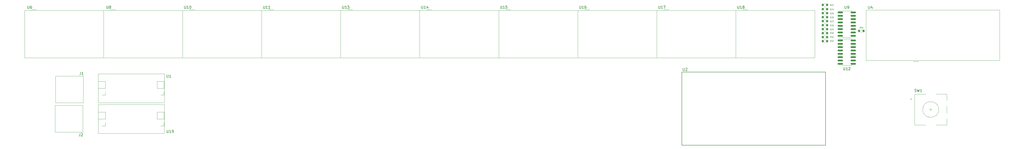
<source format=gbr>
G04 #@! TF.GenerationSoftware,KiCad,Pcbnew,(6.0.6)*
G04 #@! TF.CreationDate,2022-08-14T15:31:57+08:00*
G04 #@! TF.ProjectId,led_scroll,6c65645f-7363-4726-9f6c-6c2e6b696361,rev?*
G04 #@! TF.SameCoordinates,Original*
G04 #@! TF.FileFunction,Legend,Top*
G04 #@! TF.FilePolarity,Positive*
%FSLAX46Y46*%
G04 Gerber Fmt 4.6, Leading zero omitted, Abs format (unit mm)*
G04 Created by KiCad (PCBNEW (6.0.6)) date 2022-08-14 15:31:57*
%MOMM*%
%LPD*%
G01*
G04 APERTURE LIST*
G04 Aperture macros list*
%AMRoundRect*
0 Rectangle with rounded corners*
0 $1 Rounding radius*
0 $2 $3 $4 $5 $6 $7 $8 $9 X,Y pos of 4 corners*
0 Add a 4 corners polygon primitive as box body*
4,1,4,$2,$3,$4,$5,$6,$7,$8,$9,$2,$3,0*
0 Add four circle primitives for the rounded corners*
1,1,$1+$1,$2,$3*
1,1,$1+$1,$4,$5*
1,1,$1+$1,$6,$7*
1,1,$1+$1,$8,$9*
0 Add four rect primitives between the rounded corners*
20,1,$1+$1,$2,$3,$4,$5,0*
20,1,$1+$1,$4,$5,$6,$7,0*
20,1,$1+$1,$6,$7,$8,$9,0*
20,1,$1+$1,$8,$9,$2,$3,0*%
G04 Aperture macros list end*
%ADD10C,0.070000*%
%ADD11C,0.150000*%
%ADD12C,0.120000*%
%ADD13C,0.127000*%
%ADD14RoundRect,0.200000X-0.200000X-0.275000X0.200000X-0.275000X0.200000X0.275000X-0.200000X0.275000X0*%
%ADD15RoundRect,0.200000X0.200000X0.275000X-0.200000X0.275000X-0.200000X-0.275000X0.200000X-0.275000X0*%
%ADD16RoundRect,0.150000X-0.825000X-0.150000X0.825000X-0.150000X0.825000X0.150000X-0.825000X0.150000X0*%
%ADD17R,1.500000X1.500000*%
%ADD18C,1.500000*%
%ADD19C,1.560000*%
%ADD20R,1.560000X1.560000*%
%ADD21O,1.700000X1.700000*%
%ADD22R,1.700000X1.700000*%
%ADD23R,2.800000X2.800000*%
%ADD24C,2.800000*%
%ADD25R,2.000000X2.000000*%
%ADD26C,2.000000*%
%ADD27R,3.200000X2.000000*%
G04 APERTURE END LIST*
D10*
X375250571Y-195894190D02*
X375083904Y-195656095D01*
X374964857Y-195894190D02*
X374964857Y-195394190D01*
X375155333Y-195394190D01*
X375202952Y-195418000D01*
X375226761Y-195441809D01*
X375250571Y-195489428D01*
X375250571Y-195560857D01*
X375226761Y-195608476D01*
X375202952Y-195632285D01*
X375155333Y-195656095D01*
X374964857Y-195656095D01*
X375417238Y-195394190D02*
X375726761Y-195394190D01*
X375560095Y-195584666D01*
X375631523Y-195584666D01*
X375679142Y-195608476D01*
X375702952Y-195632285D01*
X375726761Y-195679904D01*
X375726761Y-195798952D01*
X375702952Y-195846571D01*
X375679142Y-195870380D01*
X375631523Y-195894190D01*
X375488666Y-195894190D01*
X375441047Y-195870380D01*
X375417238Y-195846571D01*
X376155333Y-195560857D02*
X376155333Y-195894190D01*
X376036285Y-195370380D02*
X375917238Y-195727523D01*
X376226761Y-195727523D01*
X364074571Y-200974190D02*
X363907904Y-200736095D01*
X363788857Y-200974190D02*
X363788857Y-200474190D01*
X363979333Y-200474190D01*
X364026952Y-200498000D01*
X364050761Y-200521809D01*
X364074571Y-200569428D01*
X364074571Y-200640857D01*
X364050761Y-200688476D01*
X364026952Y-200712285D01*
X363979333Y-200736095D01*
X363788857Y-200736095D01*
X364241238Y-200474190D02*
X364550761Y-200474190D01*
X364384095Y-200664666D01*
X364455523Y-200664666D01*
X364503142Y-200688476D01*
X364526952Y-200712285D01*
X364550761Y-200759904D01*
X364550761Y-200878952D01*
X364526952Y-200926571D01*
X364503142Y-200950380D01*
X364455523Y-200974190D01*
X364312666Y-200974190D01*
X364265047Y-200950380D01*
X364241238Y-200926571D01*
X364741238Y-200521809D02*
X364765047Y-200498000D01*
X364812666Y-200474190D01*
X364931714Y-200474190D01*
X364979333Y-200498000D01*
X365003142Y-200521809D01*
X365026952Y-200569428D01*
X365026952Y-200617047D01*
X365003142Y-200688476D01*
X364717428Y-200974190D01*
X365026952Y-200974190D01*
X364074571Y-199450190D02*
X363907904Y-199212095D01*
X363788857Y-199450190D02*
X363788857Y-198950190D01*
X363979333Y-198950190D01*
X364026952Y-198974000D01*
X364050761Y-198997809D01*
X364074571Y-199045428D01*
X364074571Y-199116857D01*
X364050761Y-199164476D01*
X364026952Y-199188285D01*
X363979333Y-199212095D01*
X363788857Y-199212095D01*
X364241238Y-198950190D02*
X364550761Y-198950190D01*
X364384095Y-199140666D01*
X364455523Y-199140666D01*
X364503142Y-199164476D01*
X364526952Y-199188285D01*
X364550761Y-199235904D01*
X364550761Y-199354952D01*
X364526952Y-199402571D01*
X364503142Y-199426380D01*
X364455523Y-199450190D01*
X364312666Y-199450190D01*
X364265047Y-199426380D01*
X364241238Y-199402571D01*
X365026952Y-199450190D02*
X364741238Y-199450190D01*
X364884095Y-199450190D02*
X364884095Y-198950190D01*
X364836476Y-199021619D01*
X364788857Y-199069238D01*
X364741238Y-199093047D01*
X364074571Y-197926190D02*
X363907904Y-197688095D01*
X363788857Y-197926190D02*
X363788857Y-197426190D01*
X363979333Y-197426190D01*
X364026952Y-197450000D01*
X364050761Y-197473809D01*
X364074571Y-197521428D01*
X364074571Y-197592857D01*
X364050761Y-197640476D01*
X364026952Y-197664285D01*
X363979333Y-197688095D01*
X363788857Y-197688095D01*
X364241238Y-197426190D02*
X364550761Y-197426190D01*
X364384095Y-197616666D01*
X364455523Y-197616666D01*
X364503142Y-197640476D01*
X364526952Y-197664285D01*
X364550761Y-197711904D01*
X364550761Y-197830952D01*
X364526952Y-197878571D01*
X364503142Y-197902380D01*
X364455523Y-197926190D01*
X364312666Y-197926190D01*
X364265047Y-197902380D01*
X364241238Y-197878571D01*
X364860285Y-197426190D02*
X364907904Y-197426190D01*
X364955523Y-197450000D01*
X364979333Y-197473809D01*
X365003142Y-197521428D01*
X365026952Y-197616666D01*
X365026952Y-197735714D01*
X365003142Y-197830952D01*
X364979333Y-197878571D01*
X364955523Y-197902380D01*
X364907904Y-197926190D01*
X364860285Y-197926190D01*
X364812666Y-197902380D01*
X364788857Y-197878571D01*
X364765047Y-197830952D01*
X364741238Y-197735714D01*
X364741238Y-197616666D01*
X364765047Y-197521428D01*
X364788857Y-197473809D01*
X364812666Y-197450000D01*
X364860285Y-197426190D01*
X364074571Y-196529190D02*
X363907904Y-196291095D01*
X363788857Y-196529190D02*
X363788857Y-196029190D01*
X363979333Y-196029190D01*
X364026952Y-196053000D01*
X364050761Y-196076809D01*
X364074571Y-196124428D01*
X364074571Y-196195857D01*
X364050761Y-196243476D01*
X364026952Y-196267285D01*
X363979333Y-196291095D01*
X363788857Y-196291095D01*
X364265047Y-196076809D02*
X364288857Y-196053000D01*
X364336476Y-196029190D01*
X364455523Y-196029190D01*
X364503142Y-196053000D01*
X364526952Y-196076809D01*
X364550761Y-196124428D01*
X364550761Y-196172047D01*
X364526952Y-196243476D01*
X364241238Y-196529190D01*
X364550761Y-196529190D01*
X364788857Y-196529190D02*
X364884095Y-196529190D01*
X364931714Y-196505380D01*
X364955523Y-196481571D01*
X365003142Y-196410142D01*
X365026952Y-196314904D01*
X365026952Y-196124428D01*
X365003142Y-196076809D01*
X364979333Y-196053000D01*
X364931714Y-196029190D01*
X364836476Y-196029190D01*
X364788857Y-196053000D01*
X364765047Y-196076809D01*
X364741238Y-196124428D01*
X364741238Y-196243476D01*
X364765047Y-196291095D01*
X364788857Y-196314904D01*
X364836476Y-196338714D01*
X364931714Y-196338714D01*
X364979333Y-196314904D01*
X365003142Y-196291095D01*
X365026952Y-196243476D01*
X364074571Y-195005190D02*
X363907904Y-194767095D01*
X363788857Y-195005190D02*
X363788857Y-194505190D01*
X363979333Y-194505190D01*
X364026952Y-194529000D01*
X364050761Y-194552809D01*
X364074571Y-194600428D01*
X364074571Y-194671857D01*
X364050761Y-194719476D01*
X364026952Y-194743285D01*
X363979333Y-194767095D01*
X363788857Y-194767095D01*
X364265047Y-194552809D02*
X364288857Y-194529000D01*
X364336476Y-194505190D01*
X364455523Y-194505190D01*
X364503142Y-194529000D01*
X364526952Y-194552809D01*
X364550761Y-194600428D01*
X364550761Y-194648047D01*
X364526952Y-194719476D01*
X364241238Y-195005190D01*
X364550761Y-195005190D01*
X364836476Y-194719476D02*
X364788857Y-194695666D01*
X364765047Y-194671857D01*
X364741238Y-194624238D01*
X364741238Y-194600428D01*
X364765047Y-194552809D01*
X364788857Y-194529000D01*
X364836476Y-194505190D01*
X364931714Y-194505190D01*
X364979333Y-194529000D01*
X365003142Y-194552809D01*
X365026952Y-194600428D01*
X365026952Y-194624238D01*
X365003142Y-194671857D01*
X364979333Y-194695666D01*
X364931714Y-194719476D01*
X364836476Y-194719476D01*
X364788857Y-194743285D01*
X364765047Y-194767095D01*
X364741238Y-194814714D01*
X364741238Y-194909952D01*
X364765047Y-194957571D01*
X364788857Y-194981380D01*
X364836476Y-195005190D01*
X364931714Y-195005190D01*
X364979333Y-194981380D01*
X365003142Y-194957571D01*
X365026952Y-194909952D01*
X365026952Y-194814714D01*
X365003142Y-194767095D01*
X364979333Y-194743285D01*
X364931714Y-194719476D01*
X364074571Y-193481190D02*
X363907904Y-193243095D01*
X363788857Y-193481190D02*
X363788857Y-192981190D01*
X363979333Y-192981190D01*
X364026952Y-193005000D01*
X364050761Y-193028809D01*
X364074571Y-193076428D01*
X364074571Y-193147857D01*
X364050761Y-193195476D01*
X364026952Y-193219285D01*
X363979333Y-193243095D01*
X363788857Y-193243095D01*
X364265047Y-193028809D02*
X364288857Y-193005000D01*
X364336476Y-192981190D01*
X364455523Y-192981190D01*
X364503142Y-193005000D01*
X364526952Y-193028809D01*
X364550761Y-193076428D01*
X364550761Y-193124047D01*
X364526952Y-193195476D01*
X364241238Y-193481190D01*
X364550761Y-193481190D01*
X364717428Y-192981190D02*
X365050761Y-192981190D01*
X364836476Y-193481190D01*
X364074571Y-191957190D02*
X363907904Y-191719095D01*
X363788857Y-191957190D02*
X363788857Y-191457190D01*
X363979333Y-191457190D01*
X364026952Y-191481000D01*
X364050761Y-191504809D01*
X364074571Y-191552428D01*
X364074571Y-191623857D01*
X364050761Y-191671476D01*
X364026952Y-191695285D01*
X363979333Y-191719095D01*
X363788857Y-191719095D01*
X364265047Y-191504809D02*
X364288857Y-191481000D01*
X364336476Y-191457190D01*
X364455523Y-191457190D01*
X364503142Y-191481000D01*
X364526952Y-191504809D01*
X364550761Y-191552428D01*
X364550761Y-191600047D01*
X364526952Y-191671476D01*
X364241238Y-191957190D01*
X364550761Y-191957190D01*
X364979333Y-191457190D02*
X364884095Y-191457190D01*
X364836476Y-191481000D01*
X364812666Y-191504809D01*
X364765047Y-191576238D01*
X364741238Y-191671476D01*
X364741238Y-191861952D01*
X364765047Y-191909571D01*
X364788857Y-191933380D01*
X364836476Y-191957190D01*
X364931714Y-191957190D01*
X364979333Y-191933380D01*
X365003142Y-191909571D01*
X365026952Y-191861952D01*
X365026952Y-191742904D01*
X365003142Y-191695285D01*
X364979333Y-191671476D01*
X364931714Y-191647666D01*
X364836476Y-191647666D01*
X364788857Y-191671476D01*
X364765047Y-191695285D01*
X364741238Y-191742904D01*
X364074571Y-190433190D02*
X363907904Y-190195095D01*
X363788857Y-190433190D02*
X363788857Y-189933190D01*
X363979333Y-189933190D01*
X364026952Y-189957000D01*
X364050761Y-189980809D01*
X364074571Y-190028428D01*
X364074571Y-190099857D01*
X364050761Y-190147476D01*
X364026952Y-190171285D01*
X363979333Y-190195095D01*
X363788857Y-190195095D01*
X364265047Y-189980809D02*
X364288857Y-189957000D01*
X364336476Y-189933190D01*
X364455523Y-189933190D01*
X364503142Y-189957000D01*
X364526952Y-189980809D01*
X364550761Y-190028428D01*
X364550761Y-190076047D01*
X364526952Y-190147476D01*
X364241238Y-190433190D01*
X364550761Y-190433190D01*
X365003142Y-189933190D02*
X364765047Y-189933190D01*
X364741238Y-190171285D01*
X364765047Y-190147476D01*
X364812666Y-190123666D01*
X364931714Y-190123666D01*
X364979333Y-190147476D01*
X365003142Y-190171285D01*
X365026952Y-190218904D01*
X365026952Y-190337952D01*
X365003142Y-190385571D01*
X364979333Y-190409380D01*
X364931714Y-190433190D01*
X364812666Y-190433190D01*
X364765047Y-190409380D01*
X364741238Y-190385571D01*
X364074571Y-188909190D02*
X363907904Y-188671095D01*
X363788857Y-188909190D02*
X363788857Y-188409190D01*
X363979333Y-188409190D01*
X364026952Y-188433000D01*
X364050761Y-188456809D01*
X364074571Y-188504428D01*
X364074571Y-188575857D01*
X364050761Y-188623476D01*
X364026952Y-188647285D01*
X363979333Y-188671095D01*
X363788857Y-188671095D01*
X364265047Y-188456809D02*
X364288857Y-188433000D01*
X364336476Y-188409190D01*
X364455523Y-188409190D01*
X364503142Y-188433000D01*
X364526952Y-188456809D01*
X364550761Y-188504428D01*
X364550761Y-188552047D01*
X364526952Y-188623476D01*
X364241238Y-188909190D01*
X364550761Y-188909190D01*
X364979333Y-188575857D02*
X364979333Y-188909190D01*
X364860285Y-188385380D02*
X364741238Y-188742523D01*
X365050761Y-188742523D01*
X364074571Y-187258190D02*
X363907904Y-187020095D01*
X363788857Y-187258190D02*
X363788857Y-186758190D01*
X363979333Y-186758190D01*
X364026952Y-186782000D01*
X364050761Y-186805809D01*
X364074571Y-186853428D01*
X364074571Y-186924857D01*
X364050761Y-186972476D01*
X364026952Y-186996285D01*
X363979333Y-187020095D01*
X363788857Y-187020095D01*
X364265047Y-186805809D02*
X364288857Y-186782000D01*
X364336476Y-186758190D01*
X364455523Y-186758190D01*
X364503142Y-186782000D01*
X364526952Y-186805809D01*
X364550761Y-186853428D01*
X364550761Y-186901047D01*
X364526952Y-186972476D01*
X364241238Y-187258190D01*
X364550761Y-187258190D01*
X364717428Y-186758190D02*
X365026952Y-186758190D01*
X364860285Y-186948666D01*
X364931714Y-186948666D01*
X364979333Y-186972476D01*
X365003142Y-186996285D01*
X365026952Y-187043904D01*
X365026952Y-187162952D01*
X365003142Y-187210571D01*
X364979333Y-187234380D01*
X364931714Y-187258190D01*
X364788857Y-187258190D01*
X364741238Y-187234380D01*
X364717428Y-187210571D01*
D11*
X368839904Y-210780380D02*
X368839904Y-211589904D01*
X368887523Y-211685142D01*
X368935142Y-211732761D01*
X369030380Y-211780380D01*
X369220857Y-211780380D01*
X369316095Y-211732761D01*
X369363714Y-211685142D01*
X369411333Y-211589904D01*
X369411333Y-210780380D01*
X370411333Y-211780380D02*
X369839904Y-211780380D01*
X370125619Y-211780380D02*
X370125619Y-210780380D01*
X370030380Y-210923238D01*
X369935142Y-211018476D01*
X369839904Y-211066095D01*
X370792285Y-210875619D02*
X370839904Y-210828000D01*
X370935142Y-210780380D01*
X371173238Y-210780380D01*
X371268476Y-210828000D01*
X371316095Y-210875619D01*
X371363714Y-210970857D01*
X371363714Y-211066095D01*
X371316095Y-211208952D01*
X370744666Y-211780380D01*
X371363714Y-211780380D01*
X239045904Y-187362380D02*
X239045904Y-188171904D01*
X239093523Y-188267142D01*
X239141142Y-188314761D01*
X239236380Y-188362380D01*
X239426857Y-188362380D01*
X239522095Y-188314761D01*
X239569714Y-188267142D01*
X239617333Y-188171904D01*
X239617333Y-187362380D01*
X240617333Y-188362380D02*
X240045904Y-188362380D01*
X240331619Y-188362380D02*
X240331619Y-187362380D01*
X240236380Y-187505238D01*
X240141142Y-187600476D01*
X240045904Y-187648095D01*
X241522095Y-187362380D02*
X241045904Y-187362380D01*
X240998285Y-187838571D01*
X241045904Y-187790952D01*
X241141142Y-187743333D01*
X241379238Y-187743333D01*
X241474476Y-187790952D01*
X241522095Y-187838571D01*
X241569714Y-187933809D01*
X241569714Y-188171904D01*
X241522095Y-188267142D01*
X241474476Y-188314761D01*
X241379238Y-188362380D01*
X241141142Y-188362380D01*
X241045904Y-188314761D01*
X240998285Y-188267142D01*
X298845904Y-187362380D02*
X298845904Y-188171904D01*
X298893523Y-188267142D01*
X298941142Y-188314761D01*
X299036380Y-188362380D01*
X299226857Y-188362380D01*
X299322095Y-188314761D01*
X299369714Y-188267142D01*
X299417333Y-188171904D01*
X299417333Y-187362380D01*
X300417333Y-188362380D02*
X299845904Y-188362380D01*
X300131619Y-188362380D02*
X300131619Y-187362380D01*
X300036380Y-187505238D01*
X299941142Y-187600476D01*
X299845904Y-187648095D01*
X300750666Y-187362380D02*
X301417333Y-187362380D01*
X300988761Y-188362380D01*
X378206095Y-187412380D02*
X378206095Y-188221904D01*
X378253714Y-188317142D01*
X378301333Y-188364761D01*
X378396571Y-188412380D01*
X378587047Y-188412380D01*
X378682285Y-188364761D01*
X378729904Y-188317142D01*
X378777523Y-188221904D01*
X378777523Y-187412380D01*
X379682285Y-187745714D02*
X379682285Y-188412380D01*
X379444190Y-187364761D02*
X379206095Y-188079047D01*
X379825142Y-188079047D01*
X119445904Y-187362380D02*
X119445904Y-188171904D01*
X119493523Y-188267142D01*
X119541142Y-188314761D01*
X119636380Y-188362380D01*
X119826857Y-188362380D01*
X119922095Y-188314761D01*
X119969714Y-188267142D01*
X120017333Y-188171904D01*
X120017333Y-187362380D01*
X121017333Y-188362380D02*
X120445904Y-188362380D01*
X120731619Y-188362380D02*
X120731619Y-187362380D01*
X120636380Y-187505238D01*
X120541142Y-187600476D01*
X120445904Y-187648095D01*
X121636380Y-187362380D02*
X121731619Y-187362380D01*
X121826857Y-187410000D01*
X121874476Y-187457619D01*
X121922095Y-187552857D01*
X121969714Y-187743333D01*
X121969714Y-187981428D01*
X121922095Y-188171904D01*
X121874476Y-188267142D01*
X121826857Y-188314761D01*
X121731619Y-188362380D01*
X121636380Y-188362380D01*
X121541142Y-188314761D01*
X121493523Y-188267142D01*
X121445904Y-188171904D01*
X121398285Y-187981428D01*
X121398285Y-187743333D01*
X121445904Y-187552857D01*
X121493523Y-187457619D01*
X121541142Y-187410000D01*
X121636380Y-187362380D01*
X149345904Y-187362380D02*
X149345904Y-188171904D01*
X149393523Y-188267142D01*
X149441142Y-188314761D01*
X149536380Y-188362380D01*
X149726857Y-188362380D01*
X149822095Y-188314761D01*
X149869714Y-188267142D01*
X149917333Y-188171904D01*
X149917333Y-187362380D01*
X150917333Y-188362380D02*
X150345904Y-188362380D01*
X150631619Y-188362380D02*
X150631619Y-187362380D01*
X150536380Y-187505238D01*
X150441142Y-187600476D01*
X150345904Y-187648095D01*
X151869714Y-188362380D02*
X151298285Y-188362380D01*
X151584000Y-188362380D02*
X151584000Y-187362380D01*
X151488761Y-187505238D01*
X151393523Y-187600476D01*
X151298285Y-187648095D01*
X308102095Y-211034380D02*
X308102095Y-211843904D01*
X308149714Y-211939142D01*
X308197333Y-211986761D01*
X308292571Y-212034380D01*
X308483047Y-212034380D01*
X308578285Y-211986761D01*
X308625904Y-211939142D01*
X308673523Y-211843904D01*
X308673523Y-211034380D01*
X309102095Y-211129619D02*
X309149714Y-211082000D01*
X309244952Y-211034380D01*
X309483047Y-211034380D01*
X309578285Y-211082000D01*
X309625904Y-211129619D01*
X309673523Y-211224857D01*
X309673523Y-211320095D01*
X309625904Y-211462952D01*
X309054476Y-212034380D01*
X309673523Y-212034380D01*
X112807904Y-234656380D02*
X112807904Y-235465904D01*
X112855523Y-235561142D01*
X112903142Y-235608761D01*
X112998380Y-235656380D01*
X113188857Y-235656380D01*
X113284095Y-235608761D01*
X113331714Y-235561142D01*
X113379333Y-235465904D01*
X113379333Y-234656380D01*
X114379333Y-235656380D02*
X113807904Y-235656380D01*
X114093619Y-235656380D02*
X114093619Y-234656380D01*
X113998380Y-234799238D01*
X113903142Y-234894476D01*
X113807904Y-234942095D01*
X114855523Y-235656380D02*
X115046000Y-235656380D01*
X115141238Y-235608761D01*
X115188857Y-235561142D01*
X115284095Y-235418285D01*
X115331714Y-235227809D01*
X115331714Y-234846857D01*
X115284095Y-234751619D01*
X115236476Y-234704000D01*
X115141238Y-234656380D01*
X114950761Y-234656380D01*
X114855523Y-234704000D01*
X114807904Y-234751619D01*
X114760285Y-234846857D01*
X114760285Y-235084952D01*
X114807904Y-235180190D01*
X114855523Y-235227809D01*
X114950761Y-235275428D01*
X115141238Y-235275428D01*
X115236476Y-235227809D01*
X115284095Y-235180190D01*
X115331714Y-235084952D01*
X90022095Y-187362380D02*
X90022095Y-188171904D01*
X90069714Y-188267142D01*
X90117333Y-188314761D01*
X90212571Y-188362380D01*
X90403047Y-188362380D01*
X90498285Y-188314761D01*
X90545904Y-188267142D01*
X90593523Y-188171904D01*
X90593523Y-187362380D01*
X91212571Y-187790952D02*
X91117333Y-187743333D01*
X91069714Y-187695714D01*
X91022095Y-187600476D01*
X91022095Y-187552857D01*
X91069714Y-187457619D01*
X91117333Y-187410000D01*
X91212571Y-187362380D01*
X91403047Y-187362380D01*
X91498285Y-187410000D01*
X91545904Y-187457619D01*
X91593523Y-187552857D01*
X91593523Y-187600476D01*
X91545904Y-187695714D01*
X91498285Y-187743333D01*
X91403047Y-187790952D01*
X91212571Y-187790952D01*
X91117333Y-187838571D01*
X91069714Y-187886190D01*
X91022095Y-187981428D01*
X91022095Y-188171904D01*
X91069714Y-188267142D01*
X91117333Y-188314761D01*
X91212571Y-188362380D01*
X91403047Y-188362380D01*
X91498285Y-188314761D01*
X91545904Y-188267142D01*
X91593523Y-188171904D01*
X91593523Y-187981428D01*
X91545904Y-187886190D01*
X91498285Y-187838571D01*
X91403047Y-187790952D01*
X209145904Y-187362380D02*
X209145904Y-188171904D01*
X209193523Y-188267142D01*
X209241142Y-188314761D01*
X209336380Y-188362380D01*
X209526857Y-188362380D01*
X209622095Y-188314761D01*
X209669714Y-188267142D01*
X209717333Y-188171904D01*
X209717333Y-187362380D01*
X210717333Y-188362380D02*
X210145904Y-188362380D01*
X210431619Y-188362380D02*
X210431619Y-187362380D01*
X210336380Y-187505238D01*
X210241142Y-187600476D01*
X210145904Y-187648095D01*
X211574476Y-187695714D02*
X211574476Y-188362380D01*
X211336380Y-187314761D02*
X211098285Y-188029047D01*
X211717333Y-188029047D01*
X80184666Y-212558380D02*
X80184666Y-213272666D01*
X80137047Y-213415523D01*
X80041809Y-213510761D01*
X79898952Y-213558380D01*
X79803714Y-213558380D01*
X81184666Y-213558380D02*
X80613238Y-213558380D01*
X80898952Y-213558380D02*
X80898952Y-212558380D01*
X80803714Y-212701238D01*
X80708476Y-212796476D01*
X80613238Y-212844095D01*
X268945904Y-187362380D02*
X268945904Y-188171904D01*
X268993523Y-188267142D01*
X269041142Y-188314761D01*
X269136380Y-188362380D01*
X269326857Y-188362380D01*
X269422095Y-188314761D01*
X269469714Y-188267142D01*
X269517333Y-188171904D01*
X269517333Y-187362380D01*
X270517333Y-188362380D02*
X269945904Y-188362380D01*
X270231619Y-188362380D02*
X270231619Y-187362380D01*
X270136380Y-187505238D01*
X270041142Y-187600476D01*
X269945904Y-187648095D01*
X271374476Y-187362380D02*
X271184000Y-187362380D01*
X271088761Y-187410000D01*
X271041142Y-187457619D01*
X270945904Y-187600476D01*
X270898285Y-187790952D01*
X270898285Y-188171904D01*
X270945904Y-188267142D01*
X270993523Y-188314761D01*
X271088761Y-188362380D01*
X271279238Y-188362380D01*
X271374476Y-188314761D01*
X271422095Y-188267142D01*
X271469714Y-188171904D01*
X271469714Y-187933809D01*
X271422095Y-187838571D01*
X271374476Y-187790952D01*
X271279238Y-187743333D01*
X271088761Y-187743333D01*
X270993523Y-187790952D01*
X270945904Y-187838571D01*
X270898285Y-187933809D01*
X60122095Y-187362380D02*
X60122095Y-188171904D01*
X60169714Y-188267142D01*
X60217333Y-188314761D01*
X60312571Y-188362380D01*
X60503047Y-188362380D01*
X60598285Y-188314761D01*
X60645904Y-188267142D01*
X60693523Y-188171904D01*
X60693523Y-187362380D01*
X61598285Y-187362380D02*
X61407809Y-187362380D01*
X61312571Y-187410000D01*
X61264952Y-187457619D01*
X61169714Y-187600476D01*
X61122095Y-187790952D01*
X61122095Y-188171904D01*
X61169714Y-188267142D01*
X61217333Y-188314761D01*
X61312571Y-188362380D01*
X61503047Y-188362380D01*
X61598285Y-188314761D01*
X61645904Y-188267142D01*
X61693523Y-188171904D01*
X61693523Y-187933809D01*
X61645904Y-187838571D01*
X61598285Y-187790952D01*
X61503047Y-187743333D01*
X61312571Y-187743333D01*
X61217333Y-187790952D01*
X61169714Y-187838571D01*
X61122095Y-187933809D01*
X112776095Y-213574380D02*
X112776095Y-214383904D01*
X112823714Y-214479142D01*
X112871333Y-214526761D01*
X112966571Y-214574380D01*
X113157047Y-214574380D01*
X113252285Y-214526761D01*
X113299904Y-214479142D01*
X113347523Y-214383904D01*
X113347523Y-213574380D01*
X114347523Y-214574380D02*
X113776095Y-214574380D01*
X114061809Y-214574380D02*
X114061809Y-213574380D01*
X113966571Y-213717238D01*
X113871333Y-213812476D01*
X113776095Y-213860095D01*
X395790666Y-220026761D02*
X395933523Y-220074380D01*
X396171619Y-220074380D01*
X396266857Y-220026761D01*
X396314476Y-219979142D01*
X396362095Y-219883904D01*
X396362095Y-219788666D01*
X396314476Y-219693428D01*
X396266857Y-219645809D01*
X396171619Y-219598190D01*
X395981142Y-219550571D01*
X395885904Y-219502952D01*
X395838285Y-219455333D01*
X395790666Y-219360095D01*
X395790666Y-219264857D01*
X395838285Y-219169619D01*
X395885904Y-219122000D01*
X395981142Y-219074380D01*
X396219238Y-219074380D01*
X396362095Y-219122000D01*
X396695428Y-219074380D02*
X396933523Y-220074380D01*
X397124000Y-219360095D01*
X397314476Y-220074380D01*
X397552571Y-219074380D01*
X398457333Y-220074380D02*
X397885904Y-220074380D01*
X398171619Y-220074380D02*
X398171619Y-219074380D01*
X398076380Y-219217238D01*
X397981142Y-219312476D01*
X397885904Y-219360095D01*
X179245904Y-187362380D02*
X179245904Y-188171904D01*
X179293523Y-188267142D01*
X179341142Y-188314761D01*
X179436380Y-188362380D01*
X179626857Y-188362380D01*
X179722095Y-188314761D01*
X179769714Y-188267142D01*
X179817333Y-188171904D01*
X179817333Y-187362380D01*
X180817333Y-188362380D02*
X180245904Y-188362380D01*
X180531619Y-188362380D02*
X180531619Y-187362380D01*
X180436380Y-187505238D01*
X180341142Y-187600476D01*
X180245904Y-187648095D01*
X181150666Y-187362380D02*
X181769714Y-187362380D01*
X181436380Y-187743333D01*
X181579238Y-187743333D01*
X181674476Y-187790952D01*
X181722095Y-187838571D01*
X181769714Y-187933809D01*
X181769714Y-188171904D01*
X181722095Y-188267142D01*
X181674476Y-188314761D01*
X181579238Y-188362380D01*
X181293523Y-188362380D01*
X181198285Y-188314761D01*
X181150666Y-188267142D01*
X369316095Y-187412380D02*
X369316095Y-188221904D01*
X369363714Y-188317142D01*
X369411333Y-188364761D01*
X369506571Y-188412380D01*
X369697047Y-188412380D01*
X369792285Y-188364761D01*
X369839904Y-188317142D01*
X369887523Y-188221904D01*
X369887523Y-187412380D01*
X370411333Y-188412380D02*
X370601809Y-188412380D01*
X370697047Y-188364761D01*
X370744666Y-188317142D01*
X370839904Y-188174285D01*
X370887523Y-187983809D01*
X370887523Y-187602857D01*
X370839904Y-187507619D01*
X370792285Y-187460000D01*
X370697047Y-187412380D01*
X370506571Y-187412380D01*
X370411333Y-187460000D01*
X370363714Y-187507619D01*
X370316095Y-187602857D01*
X370316095Y-187840952D01*
X370363714Y-187936190D01*
X370411333Y-187983809D01*
X370506571Y-188031428D01*
X370697047Y-188031428D01*
X370792285Y-187983809D01*
X370839904Y-187936190D01*
X370887523Y-187840952D01*
X79930666Y-235926380D02*
X79930666Y-236640666D01*
X79883047Y-236783523D01*
X79787809Y-236878761D01*
X79644952Y-236926380D01*
X79549714Y-236926380D01*
X80359238Y-236021619D02*
X80406857Y-235974000D01*
X80502095Y-235926380D01*
X80740190Y-235926380D01*
X80835428Y-235974000D01*
X80883047Y-236021619D01*
X80930666Y-236116857D01*
X80930666Y-236212095D01*
X80883047Y-236354952D01*
X80311619Y-236926380D01*
X80930666Y-236926380D01*
X328745904Y-187362380D02*
X328745904Y-188171904D01*
X328793523Y-188267142D01*
X328841142Y-188314761D01*
X328936380Y-188362380D01*
X329126857Y-188362380D01*
X329222095Y-188314761D01*
X329269714Y-188267142D01*
X329317333Y-188171904D01*
X329317333Y-187362380D01*
X330317333Y-188362380D02*
X329745904Y-188362380D01*
X330031619Y-188362380D02*
X330031619Y-187362380D01*
X329936380Y-187505238D01*
X329841142Y-187600476D01*
X329745904Y-187648095D01*
X330888761Y-187790952D02*
X330793523Y-187743333D01*
X330745904Y-187695714D01*
X330698285Y-187600476D01*
X330698285Y-187552857D01*
X330745904Y-187457619D01*
X330793523Y-187410000D01*
X330888761Y-187362380D01*
X331079238Y-187362380D01*
X331174476Y-187410000D01*
X331222095Y-187457619D01*
X331269714Y-187552857D01*
X331269714Y-187600476D01*
X331222095Y-187695714D01*
X331174476Y-187743333D01*
X331079238Y-187790952D01*
X330888761Y-187790952D01*
X330793523Y-187838571D01*
X330745904Y-187886190D01*
X330698285Y-187981428D01*
X330698285Y-188171904D01*
X330745904Y-188267142D01*
X330793523Y-188314761D01*
X330888761Y-188362380D01*
X331079238Y-188362380D01*
X331174476Y-188314761D01*
X331222095Y-188267142D01*
X331269714Y-188171904D01*
X331269714Y-187981428D01*
X331222095Y-187886190D01*
X331174476Y-187838571D01*
X331079238Y-187790952D01*
D12*
X375334742Y-197460500D02*
X375809258Y-197460500D01*
X375334742Y-196415500D02*
X375809258Y-196415500D01*
X362030258Y-200313500D02*
X361555742Y-200313500D01*
X362030258Y-201358500D02*
X361555742Y-201358500D01*
X362030258Y-198789500D02*
X361555742Y-198789500D01*
X362030258Y-199834500D02*
X361555742Y-199834500D01*
X362030258Y-197265500D02*
X361555742Y-197265500D01*
X362030258Y-198310500D02*
X361555742Y-198310500D01*
X362030258Y-195741500D02*
X361555742Y-195741500D01*
X362030258Y-196786500D02*
X361555742Y-196786500D01*
X362030258Y-194217500D02*
X361555742Y-194217500D01*
X362030258Y-195262500D02*
X361555742Y-195262500D01*
X362030258Y-192693500D02*
X361555742Y-192693500D01*
X362030258Y-193738500D02*
X361555742Y-193738500D01*
X362030258Y-191169500D02*
X361555742Y-191169500D01*
X362030258Y-192214500D02*
X361555742Y-192214500D01*
X362030258Y-189645500D02*
X361555742Y-189645500D01*
X362030258Y-190690500D02*
X361555742Y-190690500D01*
X362030258Y-189166500D02*
X361555742Y-189166500D01*
X362030258Y-188121500D02*
X361555742Y-188121500D01*
X362030258Y-187554500D02*
X361555742Y-187554500D01*
X362030258Y-186509500D02*
X361555742Y-186509500D01*
X370078000Y-210038000D02*
X372028000Y-210038000D01*
X370078000Y-199918000D02*
X372028000Y-199918000D01*
X370078000Y-199918000D02*
X366628000Y-199918000D01*
X370078000Y-210038000D02*
X368128000Y-210038000D01*
X240884000Y-188810000D02*
X242884000Y-188810000D01*
X238364000Y-207120000D02*
X268264000Y-207120000D01*
X268264000Y-207120000D02*
X268264000Y-189120000D01*
X238364000Y-207120000D02*
X238364000Y-189120000D01*
X238364000Y-189120000D02*
X268264000Y-189120000D01*
X298164000Y-189120000D02*
X328064000Y-189120000D01*
X298164000Y-207120000D02*
X328064000Y-207120000D01*
X298164000Y-207120000D02*
X298164000Y-189120000D01*
X300684000Y-188810000D02*
X302684000Y-188810000D01*
X328064000Y-207120000D02*
X328064000Y-189120000D01*
X377320000Y-208145000D02*
X377320000Y-188905000D01*
X377320000Y-208145000D02*
X427860000Y-208145000D01*
X395240000Y-208525000D02*
X397240000Y-208525000D01*
X427860000Y-188905000D02*
X377320000Y-188905000D01*
X427860000Y-208145000D02*
X427860000Y-188905000D01*
X118764000Y-207120000D02*
X148664000Y-207120000D01*
X118764000Y-207120000D02*
X118764000Y-189120000D01*
X148664000Y-207120000D02*
X148664000Y-189120000D01*
X118764000Y-189120000D02*
X148664000Y-189120000D01*
X121284000Y-188810000D02*
X123284000Y-188810000D01*
X148664000Y-207120000D02*
X148664000Y-189120000D01*
X178564000Y-207120000D02*
X178564000Y-189120000D01*
X151184000Y-188810000D02*
X153184000Y-188810000D01*
X148664000Y-207120000D02*
X178564000Y-207120000D01*
X148664000Y-189120000D02*
X178564000Y-189120000D01*
D13*
X307622000Y-240444500D02*
X307622000Y-212544500D01*
X362022000Y-240444500D02*
X307622000Y-240444500D01*
X307622000Y-212544500D02*
X362022000Y-212544500D01*
X362022000Y-212544500D02*
X362022000Y-240444500D01*
D12*
X89529000Y-233028000D02*
X88199000Y-233028000D01*
X111814000Y-224928000D02*
X86814000Y-224928000D01*
X111759000Y-231698000D02*
X111759000Y-233028000D01*
X111759000Y-230428000D02*
X109099000Y-230428000D01*
X111759000Y-233028000D02*
X110429000Y-233028000D01*
X86814000Y-235928000D02*
X111814000Y-235928000D01*
X89529000Y-230428000D02*
X86869000Y-230428000D01*
X89529000Y-230428000D02*
X89529000Y-227828000D01*
X89529000Y-227828000D02*
X86869000Y-227828000D01*
X111814000Y-235928000D02*
X111814000Y-224928000D01*
X86869000Y-230428000D02*
X86869000Y-227828000D01*
X109099000Y-230428000D02*
X109099000Y-227828000D01*
X89529000Y-231698000D02*
X89529000Y-233028000D01*
X111759000Y-227828000D02*
X109099000Y-227828000D01*
X86814000Y-224928000D02*
X86814000Y-235928000D01*
X111759000Y-230428000D02*
X111759000Y-227828000D01*
X88864000Y-189120000D02*
X118764000Y-189120000D01*
X118764000Y-207120000D02*
X118764000Y-189120000D01*
X88864000Y-207120000D02*
X88864000Y-189120000D01*
X88864000Y-207120000D02*
X118764000Y-207120000D01*
X91384000Y-188810000D02*
X93384000Y-188810000D01*
X238364000Y-207120000D02*
X238364000Y-189120000D01*
X208464000Y-207120000D02*
X208464000Y-189120000D01*
X208464000Y-207120000D02*
X238364000Y-207120000D01*
X208464000Y-189120000D02*
X238364000Y-189120000D01*
X210984000Y-188810000D02*
X212984000Y-188810000D01*
X81146000Y-224282000D02*
X81146000Y-214122000D01*
X81146000Y-214122000D02*
X70646000Y-214122000D01*
X81146000Y-224282000D02*
X70646000Y-224282000D01*
X70646000Y-224282000D02*
X70646000Y-214122000D01*
X270784000Y-188810000D02*
X272784000Y-188810000D01*
X298164000Y-207120000D02*
X298164000Y-189120000D01*
X268264000Y-189120000D02*
X298164000Y-189120000D01*
X268264000Y-207120000D02*
X298164000Y-207120000D01*
X268264000Y-207120000D02*
X268264000Y-189120000D01*
X61484000Y-188810000D02*
X63484000Y-188810000D01*
X58964000Y-189120000D02*
X88864000Y-189120000D01*
X58964000Y-207120000D02*
X58964000Y-189120000D01*
X58964000Y-207120000D02*
X88864000Y-207120000D01*
X88864000Y-207120000D02*
X88864000Y-189120000D01*
X86869000Y-218719000D02*
X86869000Y-216119000D01*
X111814000Y-224219000D02*
X111814000Y-213219000D01*
X89529000Y-219989000D02*
X89529000Y-221319000D01*
X89529000Y-218719000D02*
X86869000Y-218719000D01*
X111759000Y-218719000D02*
X111759000Y-216119000D01*
X89529000Y-218719000D02*
X89529000Y-216119000D01*
X89529000Y-221319000D02*
X88199000Y-221319000D01*
X86814000Y-224219000D02*
X111814000Y-224219000D01*
X111759000Y-216119000D02*
X109099000Y-216119000D01*
X111759000Y-219989000D02*
X111759000Y-221319000D01*
X111759000Y-221319000D02*
X110429000Y-221319000D01*
X111759000Y-218719000D02*
X109099000Y-218719000D01*
X111814000Y-213219000D02*
X86814000Y-213219000D01*
X86814000Y-213219000D02*
X86814000Y-224219000D01*
X89529000Y-216119000D02*
X86869000Y-216119000D01*
X109099000Y-218719000D02*
X109099000Y-216119000D01*
X401824000Y-226322000D02*
X401824000Y-227322000D01*
X394024000Y-222722000D02*
X394624000Y-222722000D01*
X407924000Y-220922000D02*
X407924000Y-223322000D01*
X399824000Y-220922000D02*
X395724000Y-220922000D01*
X394324000Y-223022000D02*
X394024000Y-222722000D01*
X395724000Y-220922000D02*
X395724000Y-232722000D01*
X407924000Y-232722000D02*
X403824000Y-232722000D01*
X407924000Y-230322000D02*
X407924000Y-232722000D01*
X401324000Y-226822000D02*
X402324000Y-226822000D01*
X403824000Y-220922000D02*
X407924000Y-220922000D01*
X394624000Y-222722000D02*
X394324000Y-223022000D01*
X399824000Y-232722000D02*
X395724000Y-232722000D01*
X407924000Y-225522000D02*
X407924000Y-228122000D01*
X404824000Y-226822000D02*
G75*
G03*
X404824000Y-226822000I-3000000J0D01*
G01*
X178564000Y-207120000D02*
X208464000Y-207120000D01*
X181084000Y-188810000D02*
X183084000Y-188810000D01*
X178564000Y-207120000D02*
X178564000Y-189120000D01*
X208464000Y-207120000D02*
X208464000Y-189120000D01*
X178564000Y-189120000D02*
X208464000Y-189120000D01*
X370078000Y-189250000D02*
X366628000Y-189250000D01*
X370078000Y-199370000D02*
X372028000Y-199370000D01*
X370078000Y-189250000D02*
X372028000Y-189250000D01*
X370078000Y-199370000D02*
X368128000Y-199370000D01*
X70546000Y-235458000D02*
X70546000Y-225298000D01*
X81046000Y-235458000D02*
X70546000Y-235458000D01*
X81046000Y-225298000D02*
X70546000Y-225298000D01*
X81046000Y-235458000D02*
X81046000Y-225298000D01*
X328064000Y-207120000D02*
X328064000Y-189120000D01*
X357964000Y-207120000D02*
X357964000Y-189120000D01*
X328064000Y-207120000D02*
X357964000Y-207120000D01*
X328064000Y-189120000D02*
X357964000Y-189120000D01*
X330584000Y-188810000D02*
X332584000Y-188810000D01*
%LPC*%
D14*
X374747000Y-196938000D03*
X376397000Y-196938000D03*
D15*
X362618000Y-200836000D03*
X360968000Y-200836000D03*
X362618000Y-199312000D03*
X360968000Y-199312000D03*
X362618000Y-197788000D03*
X360968000Y-197788000D03*
X362618000Y-196264000D03*
X360968000Y-196264000D03*
X362618000Y-194740000D03*
X360968000Y-194740000D03*
X362618000Y-193216000D03*
X360968000Y-193216000D03*
X362618000Y-191692000D03*
X360968000Y-191692000D03*
X362618000Y-190168000D03*
X360968000Y-190168000D03*
X360968000Y-188644000D03*
X362618000Y-188644000D03*
X360968000Y-187032000D03*
X362618000Y-187032000D03*
D16*
X372553000Y-200533000D03*
X372553000Y-201803000D03*
X372553000Y-203073000D03*
X372553000Y-204343000D03*
X372553000Y-205613000D03*
X372553000Y-206883000D03*
X372553000Y-208153000D03*
X372553000Y-209423000D03*
X367603000Y-209423000D03*
X367603000Y-208153000D03*
X367603000Y-206883000D03*
X367603000Y-205613000D03*
X367603000Y-204343000D03*
X367603000Y-203073000D03*
X367603000Y-201803000D03*
X367603000Y-200533000D03*
D17*
X241884000Y-194310000D03*
D18*
X244424000Y-194310000D03*
X246964000Y-194310000D03*
X249504000Y-194310000D03*
X252044000Y-194310000D03*
X254584000Y-194310000D03*
X257124000Y-194310000D03*
X259664000Y-194310000D03*
X262204000Y-194310000D03*
X264744000Y-194310000D03*
X264744000Y-201930000D03*
X241884000Y-201930000D03*
D17*
X301684000Y-194310000D03*
D18*
X304224000Y-194310000D03*
X306764000Y-194310000D03*
X309304000Y-194310000D03*
X311844000Y-194310000D03*
X314384000Y-194310000D03*
X316924000Y-194310000D03*
X319464000Y-194310000D03*
X322004000Y-194310000D03*
X324544000Y-194310000D03*
X324544000Y-201930000D03*
X301684000Y-201930000D03*
X396240000Y-190905000D03*
X398780000Y-190905000D03*
X401320000Y-190905000D03*
X403860000Y-190905000D03*
X406400000Y-190905000D03*
X408940000Y-190905000D03*
X408940000Y-206145000D03*
X406400000Y-206145000D03*
X403860000Y-206145000D03*
X401320000Y-206145000D03*
X398780000Y-206145000D03*
D17*
X396240000Y-206145000D03*
X122284000Y-194310000D03*
D18*
X124824000Y-194310000D03*
X127364000Y-194310000D03*
X129904000Y-194310000D03*
X132444000Y-194310000D03*
X134984000Y-194310000D03*
X137524000Y-194310000D03*
X140064000Y-194310000D03*
X142604000Y-194310000D03*
X145144000Y-194310000D03*
X145144000Y-201930000D03*
X122284000Y-201930000D03*
D17*
X152184000Y-194310000D03*
D18*
X154724000Y-194310000D03*
X157264000Y-194310000D03*
X159804000Y-194310000D03*
X162344000Y-194310000D03*
X164884000Y-194310000D03*
X167424000Y-194310000D03*
X169964000Y-194310000D03*
X172504000Y-194310000D03*
X175044000Y-194310000D03*
X175044000Y-201930000D03*
X152184000Y-201930000D03*
D19*
X360732000Y-213794500D03*
X358192000Y-213794500D03*
X355652000Y-213794500D03*
X353112000Y-213794500D03*
X350572000Y-213794500D03*
X348032000Y-213794500D03*
X345492000Y-213794500D03*
X342952000Y-213794500D03*
X340412000Y-213794500D03*
X337872000Y-213794500D03*
X335332000Y-213794500D03*
X332792000Y-213794500D03*
X330252000Y-213794500D03*
X327712000Y-213794500D03*
X325172000Y-213794500D03*
X322632000Y-213794500D03*
X320092000Y-213794500D03*
X317552000Y-213794500D03*
X315012000Y-213794500D03*
X360732000Y-239194500D03*
X358192000Y-239194500D03*
X355652000Y-239194500D03*
X353112000Y-239194500D03*
X350572000Y-239194500D03*
X348032000Y-239194500D03*
X345492000Y-239194500D03*
X342952000Y-239194500D03*
X340412000Y-239194500D03*
X337872000Y-239194500D03*
X335332000Y-239194500D03*
X332792000Y-239194500D03*
X330252000Y-239194500D03*
X327712000Y-239194500D03*
X325172000Y-239194500D03*
X322632000Y-239194500D03*
X320092000Y-239194500D03*
X317552000Y-239194500D03*
D20*
X315012000Y-239194500D03*
D21*
X88199000Y-229158000D03*
D22*
X88199000Y-231698000D03*
X110429000Y-231698000D03*
D21*
X110429000Y-229158000D03*
D17*
X92384000Y-194310000D03*
D18*
X94924000Y-194310000D03*
X97464000Y-194310000D03*
X100004000Y-194310000D03*
X102544000Y-194310000D03*
X105084000Y-194310000D03*
X107624000Y-194310000D03*
X110164000Y-194310000D03*
X112704000Y-194310000D03*
X115244000Y-194310000D03*
X115244000Y-201930000D03*
X92384000Y-201930000D03*
D17*
X211984000Y-194310000D03*
D18*
X214524000Y-194310000D03*
X217064000Y-194310000D03*
X219604000Y-194310000D03*
X222144000Y-194310000D03*
X224684000Y-194310000D03*
X227224000Y-194310000D03*
X229764000Y-194310000D03*
X232304000Y-194310000D03*
X234844000Y-194310000D03*
X234844000Y-201930000D03*
X211984000Y-201930000D03*
D23*
X75946000Y-221742000D03*
D24*
X75946000Y-216662000D03*
D17*
X271784000Y-194310000D03*
D18*
X274324000Y-194310000D03*
X276864000Y-194310000D03*
X279404000Y-194310000D03*
X281944000Y-194310000D03*
X284484000Y-194310000D03*
X287024000Y-194310000D03*
X289564000Y-194310000D03*
X292104000Y-194310000D03*
X294644000Y-194310000D03*
X294644000Y-201930000D03*
X271784000Y-201930000D03*
D17*
X62484000Y-194310000D03*
D18*
X65024000Y-194310000D03*
X67564000Y-194310000D03*
X70104000Y-194310000D03*
X72644000Y-194310000D03*
X75184000Y-194310000D03*
X77724000Y-194310000D03*
X80264000Y-194310000D03*
X82804000Y-194310000D03*
X85344000Y-194310000D03*
X85344000Y-201930000D03*
X62484000Y-201930000D03*
D21*
X88199000Y-217449000D03*
D22*
X88199000Y-219989000D03*
X110429000Y-219989000D03*
D21*
X110429000Y-217449000D03*
D25*
X394324000Y-224322000D03*
D26*
X394324000Y-229322000D03*
X394324000Y-226822000D03*
D27*
X401824000Y-232422000D03*
X401824000Y-221222000D03*
D26*
X408824000Y-229322000D03*
X408824000Y-224322000D03*
D17*
X182084000Y-194310000D03*
D18*
X184624000Y-194310000D03*
X187164000Y-194310000D03*
X189704000Y-194310000D03*
X192244000Y-194310000D03*
X194784000Y-194310000D03*
X197324000Y-194310000D03*
X199864000Y-194310000D03*
X202404000Y-194310000D03*
X204944000Y-194310000D03*
X204944000Y-201930000D03*
X182084000Y-201930000D03*
D16*
X372553000Y-189865000D03*
X372553000Y-191135000D03*
X372553000Y-192405000D03*
X372553000Y-193675000D03*
X372553000Y-194945000D03*
X372553000Y-196215000D03*
X372553000Y-197485000D03*
X372553000Y-198755000D03*
X367603000Y-198755000D03*
X367603000Y-197485000D03*
X367603000Y-196215000D03*
X367603000Y-194945000D03*
X367603000Y-193675000D03*
X367603000Y-192405000D03*
X367603000Y-191135000D03*
X367603000Y-189865000D03*
D23*
X75846000Y-232918000D03*
D24*
X75846000Y-227838000D03*
D17*
X331584000Y-194310000D03*
D18*
X334124000Y-194310000D03*
X336664000Y-194310000D03*
X339204000Y-194310000D03*
X341744000Y-194310000D03*
X344284000Y-194310000D03*
X346824000Y-194310000D03*
X349364000Y-194310000D03*
X351904000Y-194310000D03*
X354444000Y-194310000D03*
X354444000Y-201930000D03*
X331584000Y-201930000D03*
M02*

</source>
